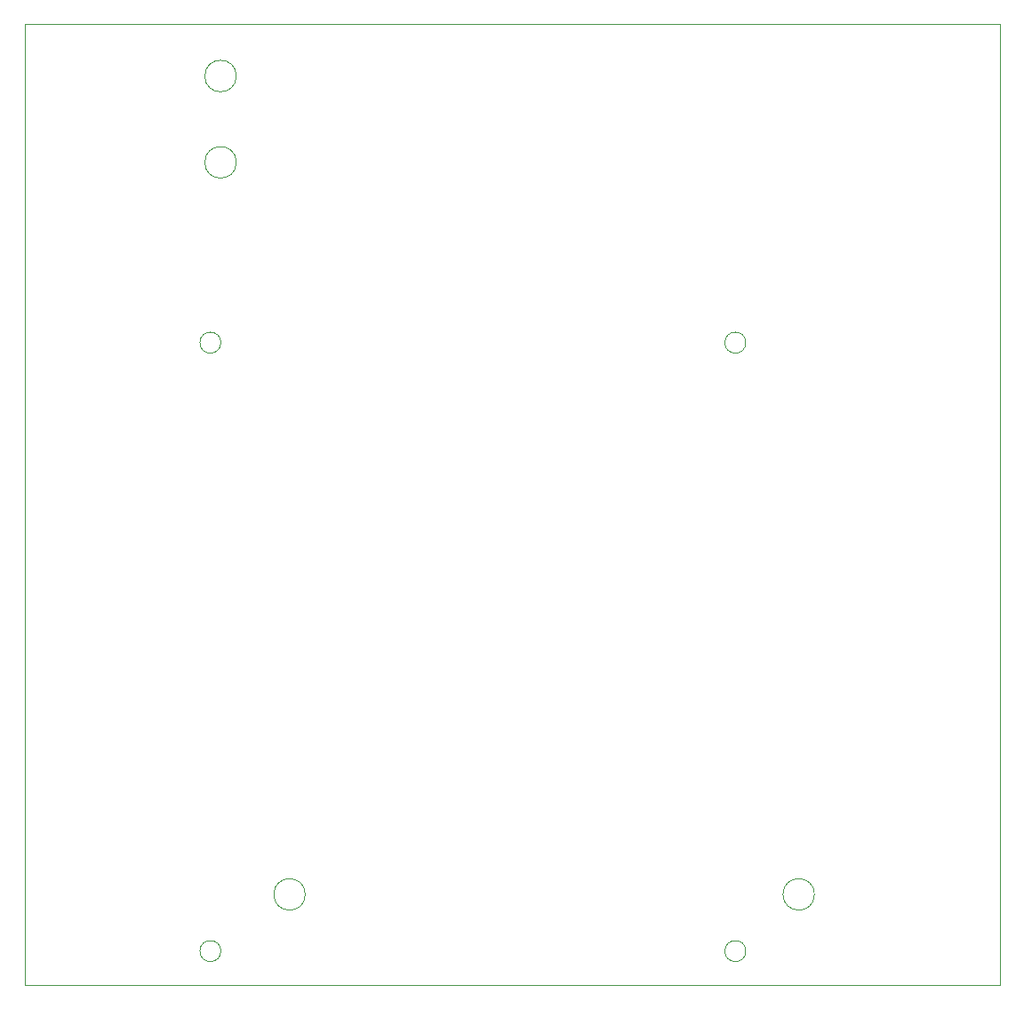
<source format=gbr>
%TF.GenerationSoftware,KiCad,Pcbnew,8.0.2*%
%TF.CreationDate,2024-06-28T22:02:35+02:00*%
%TF.ProjectId,Leiterkarte,4c656974-6572-46b6-9172-74652e6b6963,rev?*%
%TF.SameCoordinates,Original*%
%TF.FileFunction,Profile,NP*%
%FSLAX46Y46*%
G04 Gerber Fmt 4.6, Leading zero omitted, Abs format (unit mm)*
G04 Created by KiCad (PCBNEW 8.0.2) date 2024-06-28 22:02:35*
%MOMM*%
%LPD*%
G01*
G04 APERTURE LIST*
%TA.AperFunction,Profile*%
%ADD10C,0.050000*%
%TD*%
%TA.AperFunction,Profile*%
%ADD11C,0.100000*%
%TD*%
G04 APERTURE END LIST*
D10*
X167820000Y-141870000D02*
G75*
G02*
X164820000Y-141870000I-1500000J0D01*
G01*
X164820000Y-141870000D02*
G75*
G02*
X167820000Y-141870000I1500000J0D01*
G01*
D11*
X119320000Y-141870000D02*
G75*
G02*
X116320000Y-141870000I-1500000J0D01*
G01*
X116320000Y-141870000D02*
G75*
G02*
X119320000Y-141870000I1500000J0D01*
G01*
D10*
X111280000Y-89275000D02*
G75*
G02*
X109280000Y-89275000I-1000000J0D01*
G01*
X109280000Y-89275000D02*
G75*
G02*
X111280000Y-89275000I1000000J0D01*
G01*
X161280000Y-89275000D02*
G75*
G02*
X159280000Y-89275000I-1000000J0D01*
G01*
X159280000Y-89275000D02*
G75*
G02*
X161280000Y-89275000I1000000J0D01*
G01*
X161280000Y-147275000D02*
G75*
G02*
X159280000Y-147275000I-1000000J0D01*
G01*
X159280000Y-147275000D02*
G75*
G02*
X161280000Y-147275000I1000000J0D01*
G01*
X111280000Y-147275000D02*
G75*
G02*
X109280000Y-147275000I-1000000J0D01*
G01*
X109280000Y-147275000D02*
G75*
G02*
X111280000Y-147275000I1000000J0D01*
G01*
X92590000Y-58930000D02*
X185480000Y-58930000D01*
X185480000Y-150480000D01*
X92590000Y-150480000D01*
X92590000Y-58930000D01*
X112750000Y-63860000D02*
G75*
G02*
X109750000Y-63860000I-1500000J0D01*
G01*
X109750000Y-63860000D02*
G75*
G02*
X112750000Y-63860000I1500000J0D01*
G01*
X112750000Y-72090000D02*
G75*
G02*
X109750000Y-72090000I-1500000J0D01*
G01*
X109750000Y-72090000D02*
G75*
G02*
X112750000Y-72090000I1500000J0D01*
G01*
M02*

</source>
